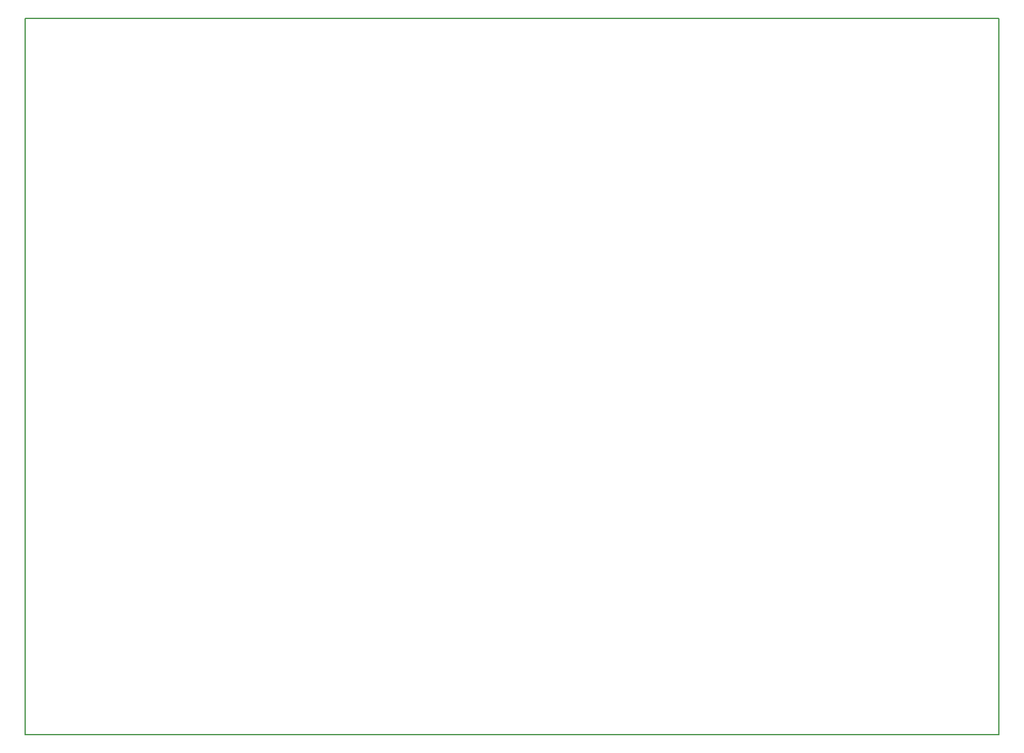
<source format=gbr>
G04 #@! TF.FileFunction,Profile,NP*
%FSLAX46Y46*%
G04 Gerber Fmt 4.6, Leading zero omitted, Abs format (unit mm)*
G04 Created by KiCad (PCBNEW 4.0.7) date 02/25/18 21:17:54*
%MOMM*%
%LPD*%
G01*
G04 APERTURE LIST*
%ADD10C,0.100000*%
%ADD11C,0.150000*%
G04 APERTURE END LIST*
D10*
D11*
X38481000Y-33528000D02*
X38481000Y-34544000D01*
X172974000Y-33528000D02*
X38481000Y-33528000D01*
X172974000Y-132461000D02*
X172974000Y-33528000D01*
X38481000Y-132461000D02*
X172974000Y-132461000D01*
X38481000Y-34544000D02*
X38481000Y-132461000D01*
M02*

</source>
